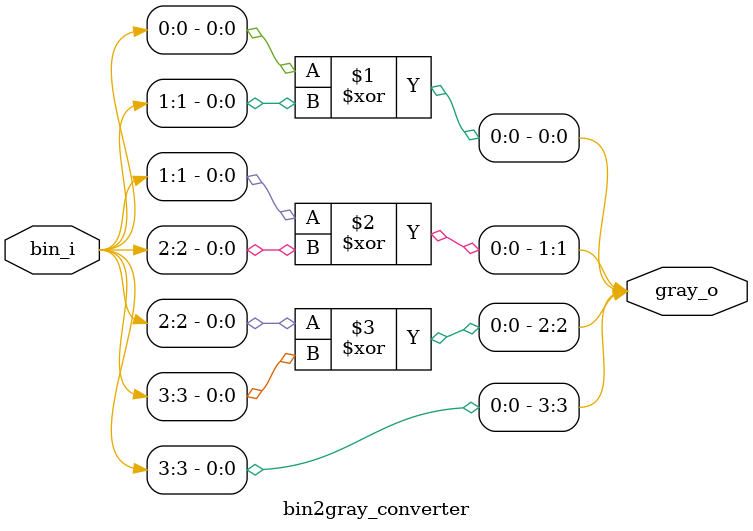
<source format=v>
module bin2gray_converter
#(
    parameter DATA_WIDTH = 4
)
(
    input   [DATA_WIDTH-1:0]    bin_i,
    output  [DATA_WIDTH-1:0]    gray_o
);
    // Internal variable declaration
    genvar idx;

    // Combinational logic
    generate
        for(idx = 0; idx < DATA_WIDTH; idx = idx + 1) begin
            if(idx == DATA_WIDTH - 1) begin
                assign gray_o[idx] = bin_i[idx];
            end
            else begin
                assign gray_o[idx] = bin_i[idx] ^ bin_i[idx+1];
            end
        end
    endgenerate
endmodule

</source>
